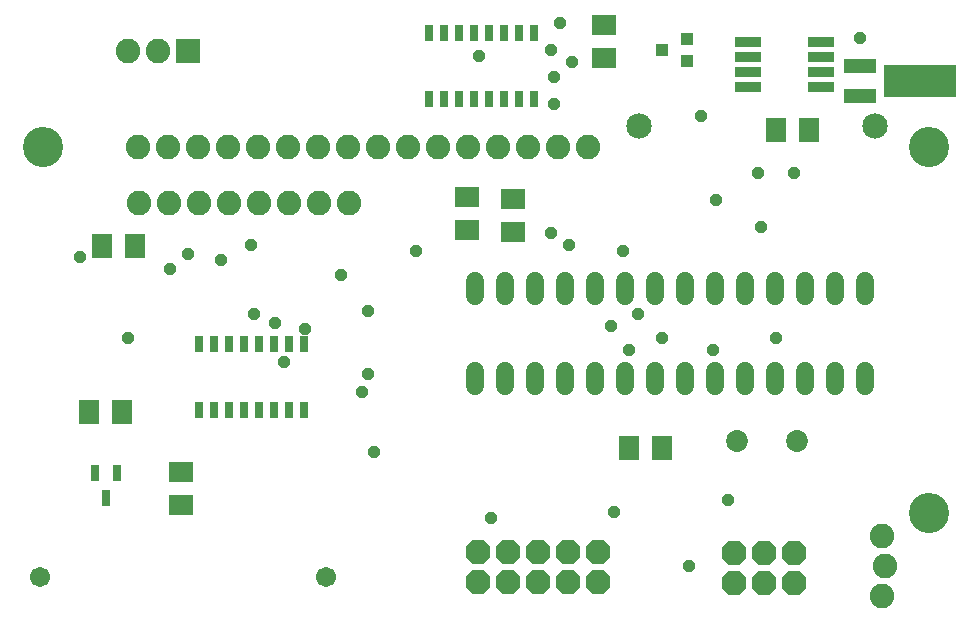
<source format=gts>
G75*
%MOIN*%
%OFA0B0*%
%FSLAX25Y25*%
%IPPOS*%
%LPD*%
%AMOC8*
5,1,8,0,0,1.08239X$1,22.5*
%
%ADD10C,0.13398*%
%ADD11C,0.08477*%
%ADD12R,0.07099X0.07887*%
%ADD13R,0.07887X0.07099*%
%ADD14R,0.08800X0.03400*%
%ADD15R,0.03162X0.05524*%
%ADD16C,0.08200*%
%ADD17OC8,0.08200*%
%ADD18R,0.04343X0.03950*%
%ADD19R,0.08200X0.08200*%
%ADD20R,0.03000X0.05800*%
%ADD21C,0.06000*%
%ADD22C,0.06706*%
%ADD23R,0.10643X0.04737*%
%ADD24R,0.24422X0.10643*%
%ADD25C,0.07300*%
%ADD26OC8,0.03800*%
D10*
X0089772Y0167496D03*
X0385048Y0167496D03*
X0385048Y0045449D03*
D11*
X0367032Y0174417D03*
X0288292Y0174417D03*
D12*
X0333977Y0173126D03*
X0345000Y0173126D03*
X0295874Y0067063D03*
X0284851Y0067063D03*
X0120197Y0134496D03*
X0109174Y0134496D03*
X0104977Y0079260D03*
X0116000Y0079260D03*
D13*
X0135520Y0059094D03*
X0135520Y0048071D03*
X0231032Y0139819D03*
X0246292Y0139181D03*
X0246292Y0150205D03*
X0231032Y0150843D03*
X0276654Y0196937D03*
X0276654Y0207961D03*
D14*
X0324688Y0202370D03*
X0324688Y0197370D03*
X0324688Y0192370D03*
X0324688Y0187370D03*
X0348888Y0187370D03*
X0348888Y0192370D03*
X0348888Y0197370D03*
X0348888Y0202370D03*
D15*
X0253256Y0205370D03*
X0248256Y0205370D03*
X0243256Y0205370D03*
X0238256Y0205370D03*
X0233256Y0205370D03*
X0228256Y0205370D03*
X0223256Y0205370D03*
X0218256Y0205370D03*
X0218256Y0183323D03*
X0223256Y0183323D03*
X0228256Y0183323D03*
X0233256Y0183323D03*
X0238256Y0183323D03*
X0243256Y0183323D03*
X0248256Y0183323D03*
X0253256Y0183323D03*
X0176760Y0101787D03*
X0171760Y0101787D03*
X0166760Y0101787D03*
X0161760Y0101787D03*
X0156760Y0101787D03*
X0151760Y0101787D03*
X0146760Y0101787D03*
X0141760Y0101787D03*
X0141760Y0079740D03*
X0146760Y0079740D03*
X0151760Y0079740D03*
X0156760Y0079740D03*
X0161760Y0079740D03*
X0166760Y0079740D03*
X0171760Y0079740D03*
X0176760Y0079740D03*
D16*
X0181583Y0148717D03*
X0171583Y0148717D03*
X0161583Y0148717D03*
X0151583Y0148717D03*
X0141583Y0148717D03*
X0131583Y0148717D03*
X0121583Y0148717D03*
X0121268Y0167496D03*
X0131268Y0167496D03*
X0141268Y0167496D03*
X0151268Y0167496D03*
X0161268Y0167496D03*
X0171268Y0167496D03*
X0181268Y0167496D03*
X0191268Y0167496D03*
X0201268Y0167496D03*
X0211268Y0167496D03*
X0221268Y0167496D03*
X0231268Y0167496D03*
X0241268Y0167496D03*
X0251268Y0167496D03*
X0261268Y0167496D03*
X0271268Y0167496D03*
X0191583Y0148717D03*
X0128111Y0199374D03*
X0118111Y0199374D03*
X0369201Y0037811D03*
X0370201Y0027811D03*
X0369201Y0017811D03*
D17*
X0340040Y0022260D03*
X0330040Y0022260D03*
X0320040Y0022260D03*
X0320040Y0032260D03*
X0330040Y0032260D03*
X0340040Y0032260D03*
X0274615Y0032339D03*
X0264615Y0032339D03*
X0254615Y0032339D03*
X0244615Y0032339D03*
X0234615Y0032339D03*
X0234615Y0022339D03*
X0244615Y0022339D03*
X0254615Y0022339D03*
X0264615Y0022339D03*
X0274615Y0022339D03*
D18*
X0304276Y0196094D03*
X0296008Y0199835D03*
X0304276Y0203575D03*
D19*
X0138111Y0199374D03*
D20*
X0114291Y0058754D03*
X0106891Y0058754D03*
X0110591Y0050554D03*
D21*
X0233709Y0087605D02*
X0233709Y0092805D01*
X0243709Y0092805D02*
X0243709Y0087605D01*
X0253709Y0087605D02*
X0253709Y0092805D01*
X0263709Y0092805D02*
X0263709Y0087605D01*
X0273709Y0087605D02*
X0273709Y0092805D01*
X0283709Y0092805D02*
X0283709Y0087605D01*
X0293709Y0087605D02*
X0293709Y0092805D01*
X0303709Y0092805D02*
X0303709Y0087605D01*
X0313709Y0087605D02*
X0313709Y0092805D01*
X0323709Y0092805D02*
X0323709Y0087605D01*
X0333709Y0087605D02*
X0333709Y0092805D01*
X0343709Y0092805D02*
X0343709Y0087605D01*
X0353709Y0087605D02*
X0353709Y0092805D01*
X0363709Y0092805D02*
X0363709Y0087605D01*
X0363709Y0117605D02*
X0363709Y0122805D01*
X0353709Y0122805D02*
X0353709Y0117605D01*
X0343709Y0117605D02*
X0343709Y0122805D01*
X0333709Y0122805D02*
X0333709Y0117605D01*
X0323709Y0117605D02*
X0323709Y0122805D01*
X0313709Y0122805D02*
X0313709Y0117605D01*
X0303709Y0117605D02*
X0303709Y0122805D01*
X0293709Y0122805D02*
X0293709Y0117605D01*
X0283709Y0117605D02*
X0283709Y0122805D01*
X0273709Y0122805D02*
X0273709Y0117605D01*
X0263709Y0117605D02*
X0263709Y0122805D01*
X0253709Y0122805D02*
X0253709Y0117605D01*
X0243709Y0117605D02*
X0243709Y0122805D01*
X0233709Y0122805D02*
X0233709Y0117605D01*
D22*
X0088741Y0023984D03*
X0184016Y0023984D03*
D23*
X0362087Y0184409D03*
X0362087Y0194409D03*
D24*
X0382087Y0189409D03*
D25*
X0341079Y0069583D03*
X0321079Y0069583D03*
D26*
X0318119Y0049906D03*
X0280119Y0045906D03*
X0305119Y0027906D03*
X0239119Y0043906D03*
X0200119Y0065906D03*
X0196119Y0085906D03*
X0198119Y0091906D03*
X0177119Y0106906D03*
X0167119Y0108906D03*
X0160119Y0111906D03*
X0170119Y0095906D03*
X0198119Y0112906D03*
X0189119Y0124906D03*
X0214119Y0132906D03*
X0259119Y0138906D03*
X0265119Y0134906D03*
X0283119Y0132906D03*
X0314119Y0149906D03*
X0328119Y0158906D03*
X0340119Y0158906D03*
X0329119Y0140906D03*
X0288119Y0111906D03*
X0279119Y0107906D03*
X0285119Y0099906D03*
X0296119Y0103906D03*
X0313119Y0099906D03*
X0334119Y0103906D03*
X0309119Y0177906D03*
X0266119Y0195906D03*
X0260119Y0190906D03*
X0260119Y0181906D03*
X0235119Y0197906D03*
X0259119Y0199906D03*
X0262119Y0208906D03*
X0362119Y0203906D03*
X0159119Y0134906D03*
X0149119Y0129906D03*
X0138119Y0131906D03*
X0132119Y0126906D03*
X0102119Y0130906D03*
X0118119Y0103906D03*
M02*

</source>
